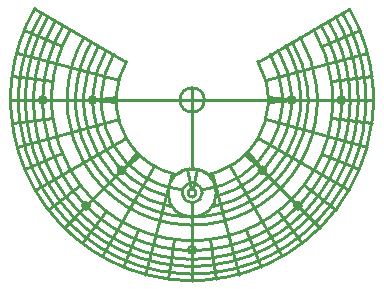
<source format=gts>
G04*
G04 #@! TF.GenerationSoftware,Altium Limited,Altium Designer,21.8.1 (53)*
G04*
G04 Layer_Color=8388736*
%FSLAX25Y25*%
%MOIN*%
G70*
G04*
G04 #@! TF.SameCoordinates,118D29FF-A6AF-4579-8667-5FF08CD40519*
G04*
G04*
G04 #@! TF.FilePolarity,Negative*
G04*
G01*
G75*
%ADD10C,0.01000*%
D10*
X158940Y163222D02*
G03*
X151476Y185553I-57130J-6684D01*
G01*
X159383Y139707D02*
G03*
X161420Y149686I-57698J16974D01*
G01*
X161830Y157559D02*
G03*
X161702Y160848I-61269J-747D01*
G01*
X151162Y158737D02*
G03*
X150870Y162173I-50027J-2528D01*
G01*
X153664Y162536D02*
G03*
X146805Y182857I-52015J-6237D01*
G01*
X153975Y158879D02*
G03*
X153664Y162536I-52971J-2668D01*
G01*
X156356Y163128D02*
G03*
X149294Y184294I-54682J-6485D01*
G01*
X150870Y162173D02*
G03*
X144352Y181440I-49111J-5878D01*
G01*
X156677Y159325D02*
G03*
X156356Y163128I-55685J-2775D01*
G01*
X159265Y159321D02*
G03*
X158940Y163222I-58191J-2883D01*
G01*
X143116Y156518D02*
G03*
X143064Y158613I-42372J2D01*
G01*
X143064D02*
G03*
X142831Y161417I-41892J-2072D01*
G01*
X148238Y158898D02*
G03*
X147969Y162098I-47096J-2353D01*
G01*
Y162098D02*
G03*
X141964Y180061I-46237J-5472D01*
G01*
X140025Y158255D02*
G03*
X139803Y160902I-38945J-1940D01*
G01*
X148298Y156518D02*
G03*
X148238Y158898I-47640J2D01*
G01*
X140074Y156292D02*
G03*
X140025Y158255I-39393J2D01*
G01*
X156640Y153046D02*
G03*
X156744Y156036I-56109J3466D01*
G01*
X161420Y149686D02*
G03*
X161759Y153754I-60426J7083D01*
G01*
X153768Y126614D02*
G03*
X159383Y139707I-52024J30063D01*
G01*
X151227Y156180D02*
G03*
X151162Y158737I-50606J2D01*
G01*
X149393Y128910D02*
G03*
X156640Y153046I-47767J27498D01*
G01*
X159337Y156405D02*
G03*
X159265Y159321I-58860J2D01*
G01*
X152286Y156518D02*
G03*
X152286Y156518I-1138J0D01*
G01*
X161759Y153754D02*
G03*
X161835Y156804I-61390J3047D01*
G01*
X154043Y156180D02*
G03*
X153975Y158879I-53585J2D01*
G01*
X156746Y156518D02*
G03*
X156677Y159325I-56327J2D01*
G01*
X161702Y160848D02*
G03*
X153817Y186906I-59951J-3918D01*
G01*
X151672Y127594D02*
G03*
X159212Y152566I-49898J28692D01*
G01*
X159212D02*
G03*
X159333Y155714I-58572J3832D01*
G01*
X68359Y154821D02*
G03*
X68554Y152536I33278J1677D01*
G01*
X69353Y156518D02*
G03*
X69353Y156518I-1149J0D01*
G01*
X68317D02*
G03*
X68359Y154821I33663J-1D01*
G01*
X65525Y152135D02*
G03*
X66882Y145712I35716J4195D01*
G01*
X65320Y154581D02*
G03*
X65525Y152135I36342J1804D01*
G01*
X62838Y151722D02*
G03*
X67626Y137143I38228J4479D01*
G01*
X66882Y145712D02*
G03*
X70004Y138515I34334J10618D01*
G01*
X65275Y156405D02*
G03*
X65320Y154581I36759J-2D01*
G01*
X65278Y156883D02*
G03*
X65275Y156405I36903J-478D01*
G01*
X65356Y158838D02*
G03*
X65278Y156883I36576J-2428D01*
G01*
X85498Y136732D02*
G03*
X86684Y135820I15727J19221D01*
G01*
X83401Y138647D02*
G03*
X83927Y138136I18142J18142D01*
G01*
X83611Y138443D02*
G03*
X84494Y137598I17946J17894D01*
G01*
D02*
G03*
X85498Y136732I16892J18550D01*
G01*
X82890Y139173D02*
G03*
X83401Y138647I18659J17622D01*
G01*
X81335Y141055D02*
G03*
X82047Y140159I20797J15805D01*
G01*
X80673Y141966D02*
G03*
X81335Y141055I21669J15054D01*
G01*
X82047Y140159D02*
G03*
X82796Y139298I19884J16533D01*
G01*
D02*
G03*
X83611Y138443I18943J17220D01*
G01*
X80037Y142925D02*
G03*
X80673Y141966I22524J14246D01*
G01*
X79517Y169253D02*
G03*
X76142Y158162I21761J-12682D01*
G01*
X76121Y155236D02*
G03*
X76267Y153504I25467J1267D01*
G01*
X76089Y156630D02*
G03*
X76100Y155897I25665J-0D01*
G01*
X76142Y158162D02*
G03*
X76091Y156810I25644J-1641D01*
G01*
X76100Y157363D02*
G03*
X76089Y156630I25636J-733D01*
G01*
X76091Y156810D02*
G03*
X76089Y156518I25864J-292D01*
G01*
X76267Y153504D02*
G03*
X79419Y143952I25003J2955D01*
G01*
X76089Y156518D02*
G03*
X76121Y155236I25760J-1D01*
G01*
X79419Y143952D02*
G03*
X80037Y142925I23372J13366D01*
G01*
X71135Y156916D02*
G03*
X71133Y156518I30801J-398D01*
G01*
X68390Y158735D02*
G03*
X68319Y156935I33499J-2213D01*
G01*
X68319Y156935D02*
G03*
X68317Y156518I33796J-417D01*
G01*
X71200Y158547D02*
G03*
X71135Y156916I30528J-2025D01*
G01*
X71350Y152878D02*
G03*
X75140Y141480I29768J3569D01*
G01*
X68554Y152536D02*
G03*
X72686Y140064I32670J3905D01*
G01*
X71172Y154967D02*
G03*
X71350Y152878I30328J1533D01*
G01*
X71133Y156518D02*
G03*
X71172Y154967I30679J-1D01*
G01*
X88265Y134768D02*
G03*
X95429Y131835I12690J20776D01*
G01*
X86684Y135820D02*
G03*
X88265Y134768I14394J19927D01*
G01*
X79075Y133087D02*
G03*
X79075Y133087I-1183J0D01*
G01*
X95429Y131835D02*
G03*
X96053Y131697I5638J24131D01*
G01*
X72686Y140064D02*
G03*
X93486Y124361I28784J16499D01*
G01*
X101489Y128862D02*
G03*
X101407Y128863I-82J-3360D01*
G01*
X101168Y128854D02*
G03*
X100983Y128836I237J-3286D01*
G01*
X101407Y128863D02*
G03*
X101168Y128854I-0J-3328D01*
G01*
X102101Y128790D02*
G03*
X101489Y128862I-691J-3222D01*
G01*
X100983Y128836D02*
G03*
X100832Y128813I418J-3235D01*
G01*
Y128813D02*
G03*
X100715Y128790I563J-3181D01*
G01*
X102577Y128651D02*
G03*
X102101Y128790I-1159J-3080D01*
G01*
X102169Y126630D02*
G03*
X102132Y126660I-808J-980D01*
G01*
X101967Y126767D02*
G03*
X101918Y126791I-571J-1063D01*
G01*
X102132Y126660D02*
G03*
X102093Y126689I-763J-1000D01*
G01*
D02*
G03*
X102053Y126715I-717J-1018D01*
G01*
D02*
G03*
X102011Y126741I-671J-1034D01*
G01*
X101864Y126816D02*
G03*
X101797Y126842I-458J-1090D01*
G01*
X101048Y126851D02*
G03*
X100975Y126826I360J-1122D01*
G01*
X101124Y126873D02*
G03*
X101048Y126851I281J-1134D01*
G01*
X101194Y126889D02*
G03*
X101170Y126884I222J-1182D01*
G01*
X101220Y126893D02*
G03*
X101194Y126889I194J-1175D01*
G01*
X101247Y126897D02*
G03*
X101220Y126893I165J-1168D01*
G01*
X101277Y126901D02*
G03*
X101247Y126897I133J-1160D01*
G01*
X101311Y126904D02*
G03*
X101277Y126901I98J-1151D01*
G01*
X101307Y126904D02*
G03*
X101274Y126901I102J-1152D01*
G01*
Y126901D02*
G03*
X101244Y126897I137J-1160D01*
G01*
X101146Y126878D02*
G03*
X101124Y126873I276J-1197D01*
G01*
X101147Y126879D02*
G03*
X101125Y126874I275J-1197D01*
G01*
X101170Y126884D02*
G03*
X101147Y126879I249J-1190D01*
G01*
X101192Y126888D02*
G03*
X101168Y126883I224J-1183D01*
G01*
X101217Y126893D02*
G03*
X101192Y126888I197J-1176D01*
G01*
X101568Y126897D02*
G03*
X101538Y126901I-163J-1156D01*
G01*
X101668Y126879D02*
G03*
X101645Y126884I-272J-1185D01*
G01*
X100152Y125442D02*
G03*
X100160Y125363I1476J102D01*
G01*
X100160Y125363D02*
G03*
X100174Y125272I1454J179D01*
G01*
X100344Y124814D02*
G03*
X100385Y124750I1189J697D01*
G01*
Y124750D02*
G03*
X100424Y124693I1137J754D01*
G01*
X100263Y124975D02*
G03*
X100304Y124888I1295J550D01*
G01*
X100304D02*
G03*
X100344Y124814I1242J630D01*
G01*
X100739Y126700D02*
G03*
X100699Y126672I704J-1035D01*
G01*
Y126672D02*
G03*
X100662Y126643I751J-1018D01*
G01*
X100917Y126801D02*
G03*
X100866Y126776I501J-1093D01*
G01*
X100866Y126776D02*
G03*
X100821Y126752I557J-1080D01*
G01*
X100779Y126726D02*
G03*
X100739Y126700I657J-1051D01*
G01*
X100821Y126752D02*
G03*
X100779Y126726I608J-1066D01*
G01*
X101323Y117541D02*
G03*
X103349Y117593I2J39386D01*
G01*
X101436Y114837D02*
G03*
X103601Y114893I2J42365D01*
G01*
X101323Y103460D02*
G03*
X104078Y103531I2J53586D01*
G01*
X101436Y106389D02*
G03*
X104036Y106455I2J50609D01*
G01*
X101436Y109655D02*
G03*
X103869Y109718I2J47634D01*
G01*
X102585Y106558D02*
G03*
X102585Y106558I-1205J0D01*
G01*
X100174Y125272D02*
G03*
X100196Y125173I1425J267D01*
G01*
X100183Y125864D02*
G03*
X100166Y125771I1423J-315D01*
G01*
X100321Y126234D02*
G03*
X100281Y126154I1232J-666D01*
G01*
X100400Y126363D02*
G03*
X100361Y126303I1128J-781D01*
G01*
X100361D02*
G03*
X100321Y126234I1179J-728D01*
G01*
X100281Y126154D02*
G03*
X100243Y126063I1284J-592D01*
G01*
X100243D02*
G03*
X100209Y125964I1336J-506D01*
G01*
X100209D02*
G03*
X100183Y125864I1383J-412D01*
G01*
X100149Y125545D02*
G03*
X100149Y125513I1507J-0D01*
G01*
X100166Y125771D02*
G03*
X100155Y125687I1455J-224D01*
G01*
Y125687D02*
G03*
X100150Y125612I1481J-141D01*
G01*
X100150Y125612D02*
G03*
X100149Y125545I1501J-68D01*
G01*
X100149Y125513D02*
G03*
X100152Y125442I1495J31D01*
G01*
X100196Y125173D02*
G03*
X100227Y125071I1389J362D01*
G01*
D02*
G03*
X100263Y124975I1345J459D01*
G01*
X102011Y126741D02*
G03*
X101967Y126767I-622J-1049D01*
G01*
X101918Y126791D02*
G03*
X101864Y126816I-518J-1077D01*
G01*
X101244Y126897D02*
G03*
X101217Y126893I168J-1168D01*
G01*
X101504Y126904D02*
G03*
X101463Y126907I-97J-1140D01*
G01*
X101352D02*
G03*
X101311Y126904I56J-1142D01*
G01*
X101238Y122231D02*
G03*
X101407Y122227I169J3371D01*
G01*
Y122227D02*
G03*
X101582Y122231I0J3375D01*
G01*
Y122231D02*
G03*
X101808Y122250I-173J3335D01*
G01*
X100975Y126826D02*
G03*
X100917Y126801I437J-1107D01*
G01*
X101570Y126897D02*
G03*
X101541Y126901I-166J-1156D01*
G01*
X101508Y126904D02*
G03*
X101469Y126907I-101J-1141D01*
G01*
X101538Y126901D02*
G03*
X101504Y126904I-132J-1148D01*
G01*
X101168Y126883D02*
G03*
X101146Y126878I250J-1190D01*
G01*
X101541Y126901D02*
G03*
X101508Y126904I-135J-1149D01*
G01*
X101346Y126907D02*
G03*
X101307Y126904I62J-1144D01*
G01*
X101398Y126909D02*
G03*
X101346Y126907I10J-1134D01*
G01*
X101469D02*
G03*
X101417Y126909I-61J-1132D01*
G01*
X101407Y126909D02*
G03*
X101352Y126907I0J-1132D01*
G01*
X101463D02*
G03*
X101407Y126909I-56J-1131D01*
G01*
X101595Y126893D02*
G03*
X101568Y126897I-192J-1163D01*
G01*
X101597Y126893D02*
G03*
X101570Y126897I-195J-1164D01*
G01*
X101646Y126883D02*
G03*
X101623Y126888I-248J-1178D01*
G01*
X101621Y126889D02*
G03*
X101595Y126893I-220J-1171D01*
G01*
X101645Y126884D02*
G03*
X101621Y126889I-246J-1178D01*
G01*
X101623Y126888D02*
G03*
X101597Y126893I-222J-1171D01*
G01*
X101691Y126873D02*
G03*
X101669Y126878I-298J-1192D01*
G01*
D02*
G03*
X101646Y126883I-273J-1185D01*
G01*
X101797Y126842D02*
G03*
X101691Y126873I-387J-1104D01*
G01*
X101690Y126874D02*
G03*
X101668Y126879I-297J-1192D01*
G01*
X115489Y135335D02*
G03*
X116822Y136295I-13776J20526D01*
G01*
D02*
G03*
X117897Y137174I-15263J19766D01*
G01*
X108015Y131976D02*
G03*
X109988Y132577I-6131J23673D01*
G01*
X109988Y132577D02*
G03*
X115489Y135335I-8070J22966D01*
G01*
X127534Y141530D02*
G03*
X131290Y152828I-26013J14920D01*
G01*
X143012Y153546D02*
G03*
X143110Y155815I-42130J2964D01*
G01*
X142061Y133143D02*
G03*
X148197Y153427I-40356J23278D01*
G01*
X147196Y130178D02*
G03*
X153910Y152411I-45555J25888D01*
G01*
X137572Y135734D02*
G03*
X143012Y153546I-35877J20692D01*
G01*
X144743Y131595D02*
G03*
X151095Y152538I-42992J24476D01*
G01*
X148197Y153427D02*
G03*
X148295Y155982I-47415J3085D01*
G01*
X126704Y154512D02*
G03*
X126776Y155954I-25570J2000D01*
G01*
X153910Y152411D02*
G03*
X154036Y155302I-53284J3760D01*
G01*
X126061Y133087D02*
G03*
X126061Y133087I-1194J0D01*
G01*
X121908Y141558D02*
G03*
X122561Y142503I-21506J15556D01*
G01*
X121217Y140645D02*
G03*
X121908Y141558I-20599J16312D01*
G01*
X120474Y139749D02*
G03*
X121217Y140645I-19648J17043D01*
G01*
X118896Y138136D02*
G03*
X119422Y138647I-17616J18653D01*
G01*
X122561Y142503D02*
G03*
X123185Y143497I-22383J14759D01*
G01*
X119694Y138890D02*
G03*
X120474Y139749I-18669J17730D01*
G01*
X119422Y138647D02*
G03*
X119933Y139173I-18149J18148D01*
G01*
X130157Y140016D02*
G03*
X134314Y152506I-28517J16429D01*
G01*
X151095Y152538D02*
G03*
X151219Y155323I-50292J3634D01*
G01*
X132840Y138467D02*
G03*
X137336Y152046I-31181J17857D01*
G01*
X137336D02*
G03*
X137550Y154556I-36113J4338D01*
G01*
X135048Y137192D02*
G03*
X139984Y153627I-33500J19020D01*
G01*
X134314Y152506D02*
G03*
X134511Y154816I-33069J3993D01*
G01*
X123424Y143903D02*
G03*
X126704Y154512I-21816J12556D01*
G01*
X137550Y154556D02*
G03*
X137596Y156405I-36701J1848D01*
G01*
X134511Y154816D02*
G03*
X134555Y156518I-33609J1701D01*
G01*
X139984Y153627D02*
G03*
X140071Y155772I-39180J2660D01*
G01*
X126776Y155954D02*
G03*
X126782Y156518I-25841J563D01*
G01*
X131473Y154956D02*
G03*
X131513Y156518I-30626J1560D01*
G01*
X131290Y152828D02*
G03*
X131473Y154956I-30131J3672D01*
G01*
X126836Y155897D02*
G03*
X126847Y156630I-25655J733D01*
G01*
X118847Y138039D02*
G03*
X119694Y138890I-17634J18403D01*
G01*
X137866Y121258D02*
G03*
X137866Y121258I-1172J0D01*
G01*
X107713Y103843D02*
G03*
X147196Y130178I-6395J52354D01*
G01*
X108482Y98928D02*
G03*
X151672Y127594I-7053J57495D01*
G01*
X107467Y106750D02*
G03*
X144743Y131595I-6034J49439D01*
G01*
X107131Y109998D02*
G03*
X142061Y133143I-5700J46533D01*
G01*
X106502Y115142D02*
G03*
X137572Y135734I-5070J41386D01*
G01*
X107873Y120818D02*
G03*
X132840Y138467I-6455J35616D01*
G01*
X106021Y117823D02*
G03*
X135048Y137192I-4703J38483D01*
G01*
X109328Y124345D02*
G03*
X130157Y140016I-7930J32219D01*
G01*
X108064Y101500D02*
G03*
X149393Y128910I-6749J55040D01*
G01*
X117897Y137174D02*
G03*
X118847Y138039I-16506J19081D01*
G01*
X102356Y126441D02*
G03*
X102318Y126487I-1041J-839D01*
G01*
X102514Y126196D02*
G03*
X102473Y126271I-1245J-625D01*
G01*
X102553Y126109D02*
G03*
X102514Y126196I-1297J-545D01*
G01*
X102473Y126271D02*
G03*
X102433Y126335I-1192J-693D01*
G01*
X102318Y126487D02*
G03*
X102280Y126527I-993J-875D01*
G01*
Y126527D02*
G03*
X102244Y126564I-946J-907D01*
G01*
D02*
G03*
X102207Y126598I-900J-934D01*
G01*
D02*
G03*
X102169Y126630I-855J-958D01*
G01*
X102433Y126335D02*
G03*
X102394Y126391I-1140J-750D01*
G01*
D02*
G03*
X102356Y126441I-1090J-798D01*
G01*
X102183Y124471D02*
G03*
X102221Y124504I-836J984D01*
G01*
X101337Y124183D02*
G03*
X101407Y124181I70J1179D01*
G01*
X100917Y124288D02*
G03*
X100978Y124262I497J1085D01*
G01*
X101725Y124225D02*
G03*
X101815Y124254I-320J1133D01*
G01*
X101426Y124181D02*
G03*
X101725Y124225I-18J1169D01*
G01*
X100978Y124262D02*
G03*
X101337Y124183I429J1089D01*
G01*
X101815Y124254D02*
G03*
X101878Y124279I-413J1115D01*
G01*
X101878D02*
G03*
X101932Y124304I-481J1101D01*
G01*
X101932D02*
G03*
X101979Y124329I-540J1087D01*
G01*
D02*
G03*
X102024Y124355I-594J1073D01*
G01*
D02*
G03*
X102066Y124382I-645J1058D01*
G01*
X102066D02*
G03*
X102106Y124410I-694J1042D01*
G01*
Y124410D02*
G03*
X102145Y124439I-742J1024D01*
G01*
D02*
G03*
X102183Y124471I-789J1005D01*
G01*
X100662Y126643D02*
G03*
X100625Y126613I797J-999D01*
G01*
X100587Y126579D02*
G03*
X100550Y126543I889J-955D01*
G01*
X100477Y126463D02*
G03*
X100438Y126415I1029J-865D01*
G01*
X100625Y126613D02*
G03*
X100587Y126579I843J-978D01*
G01*
X100550Y126543D02*
G03*
X100513Y126505I935J-928D01*
G01*
X100438Y126415D02*
G03*
X100400Y126363I1078J-826D01*
G01*
X100513Y126505D02*
G03*
X100477Y126463I982J-898D01*
G01*
X102569Y125020D02*
G03*
X102604Y125120I-1333J513D01*
G01*
X102630Y125221D02*
G03*
X102648Y125315I-1422J319D01*
G01*
X102531Y124929D02*
G03*
X102569Y125020I-1281J598D01*
G01*
X102604Y125120D02*
G03*
X102630Y125221I-1381J417D01*
G01*
X102411Y124721D02*
G03*
X102450Y124781I-1124J787D01*
G01*
X102259Y124540D02*
G03*
X102296Y124579I-929J934D01*
G01*
X102221Y124504D02*
G03*
X102259Y124540I-882J960D01*
G01*
X102296Y124579D02*
G03*
X102334Y124621I-977J904D01*
G01*
X102334Y124621D02*
G03*
X102372Y124669I-1025J870D01*
G01*
X102491Y124850D02*
G03*
X102531Y124929I-1228J672D01*
G01*
X102372Y124669D02*
G03*
X102411Y124721I-1074J831D01*
G01*
X102450Y124781D02*
G03*
X102491Y124850I-1175J734D01*
G01*
X102655Y125724D02*
G03*
X102642Y125813I-1455J-177D01*
G01*
X102590Y126013D02*
G03*
X102553Y126109I-1347J-454D01*
G01*
X102620Y125911D02*
G03*
X102590Y126013I-1391J-357D01*
G01*
X102666Y125574D02*
G03*
X102663Y125645I-1495J-29D01*
G01*
Y125645D02*
G03*
X102655Y125724I-1477J-99D01*
G01*
X102642Y125813D02*
G03*
X102620Y125911I-1427J-263D01*
G01*
X102648Y125315D02*
G03*
X102659Y125400I-1454J228D01*
G01*
X102659D02*
G03*
X102664Y125475I-1480J144D01*
G01*
D02*
G03*
X102666Y125545I-1500J69D01*
G01*
D02*
G03*
X102666Y125574I-1507J0D01*
G01*
X100653Y124453D02*
G03*
X100692Y124422I801J986D01*
G01*
X100615Y124485D02*
G03*
X100653Y124453I848J964D01*
G01*
X100576Y124520D02*
G03*
X100615Y124485I895J938D01*
G01*
X100692Y124422D02*
G03*
X100733Y124393I754J1006D01*
G01*
Y124393D02*
G03*
X100774Y124366I706J1024D01*
G01*
D02*
G03*
X100818Y124339I658J1041D01*
G01*
Y124339D02*
G03*
X100865Y124313I607J1056D01*
G01*
X100463Y124643D02*
G03*
X100501Y124598I1037J844D01*
G01*
X100501D02*
G03*
X100539Y124557I989J879D01*
G01*
Y124557D02*
G03*
X100576Y124520I941J911D01*
G01*
X100865Y124313D02*
G03*
X100917Y124288I555J1071D01*
G01*
X100424Y124693D02*
G03*
X100463Y124643I1086J803D01*
G01*
X59761Y157225D02*
G03*
X59755Y156518I42520J-707D01*
G01*
X59808Y154402D02*
G03*
X60046Y151565I41893J2092D01*
G01*
X59755Y156518D02*
G03*
X59808Y154402I42376J-2D01*
G01*
X62620Y154340D02*
G03*
X62838Y151722I38949J1930D01*
G01*
X70199Y174633D02*
G03*
X65356Y158838I31016J-18151D01*
G01*
X75238Y171723D02*
G03*
X71200Y158547I25891J-15141D01*
G01*
X72784Y173140D02*
G03*
X68390Y158735I28452J-16553D01*
G01*
X62573Y156679D02*
G03*
X62572Y156292I39552J-387D01*
G01*
X62572D02*
G03*
X62620Y154340I39397J-2D01*
G01*
X62649Y158770D02*
G03*
X62573Y156679I39224J-2473D01*
G01*
X67919Y175949D02*
G03*
X62649Y158770I33185J-19577D01*
G01*
X51367Y185505D02*
G03*
X43664Y160319I49711J-28976D01*
G01*
X65369Y177421D02*
G03*
X59863Y159531I35803J-20812D01*
G01*
X55869Y182906D02*
G03*
X48707Y159519I45150J-26617D01*
G01*
X49041Y187078D02*
G03*
X41345Y163976I51938J-30135D01*
G01*
X60879Y180013D02*
G03*
X54690Y159854I40272J-23394D01*
G01*
X53380Y184342D02*
G03*
X46024Y160260I47604J-27707D01*
G01*
X58491Y181392D02*
G03*
X51755Y159520I42640J-25107D01*
G01*
X126782Y156518D02*
G03*
X126751Y157783I-25778J1D01*
G01*
X126847Y156630D02*
G03*
X126836Y157363I-25647J-0D01*
G01*
X126751Y157783D02*
G03*
X126613Y159454I-25485J-1251D01*
G01*
X126613D02*
G03*
X126001Y162786I-25074J-2888D01*
G01*
Y162786D02*
G03*
X123326Y169301I-24383J-6205D01*
G01*
X105491Y156518D02*
G03*
X105491Y156518I-4055J0D01*
G01*
X59863Y159531D02*
G03*
X59761Y157225I42115J-3006D01*
G01*
X135749Y156518D02*
G03*
X135749Y156518I-1194J0D01*
G01*
X142831Y161417D02*
G03*
X137474Y177469I-41122J-4803D01*
G01*
X137531Y158589D02*
G03*
X132644Y174681I-35887J-2111D01*
G01*
X134554Y156736D02*
G03*
X134497Y158491I-33607J-216D01*
G01*
X131511Y156832D02*
G03*
X131450Y158475I-30597J-311D01*
G01*
X137595Y156685D02*
G03*
X137531Y158589I-36693J-276D01*
G01*
X131450Y158475D02*
G03*
X127436Y171675I-29941J-1895D01*
G01*
X134497Y158491D02*
G03*
X130059Y173189I-32873J-1908D01*
G01*
X139803Y160902D02*
G03*
X134755Y175900I-38236J-4520D01*
G01*
X105312Y96474D02*
G03*
X153768Y126614I-3918J60322D01*
G01*
X104584Y126502D02*
G03*
X127534Y141530I-3262J30020D01*
G01*
X43539Y157199D02*
G03*
X43534Y156405I59086J-794D01*
G01*
D02*
G03*
X43607Y153471I58860J-3D01*
G01*
X40924Y156804D02*
G03*
X40930Y155915I61693J-0D01*
G01*
D02*
G03*
X41066Y152616I61260J880D01*
G01*
X41000Y159863D02*
G03*
X40924Y156804I61367J-3056D01*
G01*
X46024Y160260D02*
G03*
X45904Y157247I56054J-3734D01*
G01*
X51755Y159520D02*
G03*
X51648Y156814I50361J-3333D01*
G01*
X48605Y156706D02*
G03*
X48603Y156180I53827J-526D01*
G01*
X48707Y159519D02*
G03*
X48605Y156706I53380J-3334D01*
G01*
X54690Y159854D02*
G03*
X54579Y157261I47366J-3329D01*
G01*
X52782Y156518D02*
G03*
X52782Y156518I-1172J0D01*
G01*
X51648Y156814D02*
G03*
X51644Y156180I50808J-634D01*
G01*
X54579Y157261D02*
G03*
X54573Y156518I47813J-743D01*
G01*
X41345Y163976D02*
G03*
X41000Y159863I60399J-7137D01*
G01*
X45904Y157247D02*
G03*
X45899Y156518I56555J-729D01*
G01*
X43664Y160319D02*
G03*
X43539Y157199I58561J-3906D01*
G01*
X45970Y153695D02*
G03*
X46289Y149910I55693J2791D01*
G01*
X54633Y154137D02*
G03*
X54901Y150946I47100J2353D01*
G01*
X51708Y153652D02*
G03*
X51991Y150273I50037J2499D01*
G01*
X48670Y153496D02*
G03*
X48979Y149852I52975J2653D01*
G01*
X48603Y156180D02*
G03*
X48670Y153496I53586J-2D01*
G01*
X54573Y156518D02*
G03*
X54633Y154137I47644J-2D01*
G01*
X43607Y153471D02*
G03*
X43933Y149567I58189J2901D01*
G01*
X45899Y156518D02*
G03*
X45970Y153695I56336J-2D01*
G01*
X51644Y156180D02*
G03*
X51708Y153652I50614J-2D01*
G01*
X102917Y133419D02*
G03*
X102636Y133464I-1562J-8796D01*
G01*
X102237Y133513D02*
G03*
X102072Y133528I-850J-8623D01*
G01*
X100533Y133508D02*
G03*
X100346Y133487I906J-8730D01*
G01*
X102636Y133464D02*
G03*
X102419Y133493I-1268J-8751D01*
G01*
X103080Y133379D02*
G03*
X101350Y133554I-1676J-7923D01*
G01*
X102419Y133493D02*
G03*
X102237Y133513I-1041J-8691D01*
G01*
X106773Y131689D02*
G03*
X108015Y131976I-4955J24212D01*
G01*
X104721Y125375D02*
G03*
X104726Y125545I-3371J169D01*
G01*
X100715Y128790D02*
G03*
X99393Y128182I683J-3227D01*
G01*
X104726Y125545D02*
G03*
X104721Y125716I-3374J0D01*
G01*
Y125716D02*
G03*
X104702Y125941I-3336J-169D01*
G01*
Y125941D02*
G03*
X102577Y128651I-3296J-397D01*
G01*
X98241Y96428D02*
G03*
X101379Y96348I3135J61362D01*
G01*
X104204Y101168D02*
G03*
X108064Y101500I-2847J55676D01*
G01*
X104447Y98580D02*
G03*
X108482Y98928I-2976J58166D01*
G01*
X104078Y103531D02*
G03*
X107713Y103843I-2723J52965D01*
G01*
X103869Y109718D02*
G03*
X107131Y109998I-2406J47081D01*
G01*
X104036Y106455D02*
G03*
X107467Y106750I-2571J50023D01*
G01*
X98382Y109753D02*
G03*
X100915Y109658I3048J47417D01*
G01*
X97758Y103578D02*
G03*
X100676Y103464I3558J53322D01*
G01*
X97658Y98624D02*
G03*
X100791Y98507I3770J58587D01*
G01*
X98009Y106505D02*
G03*
X100768Y106393I3420J50346D01*
G01*
X97716Y101210D02*
G03*
X100708Y101098I3600J56084D01*
G01*
X98673Y114927D02*
G03*
X100926Y114840I2757J42165D01*
G01*
X98660Y117631D02*
G03*
X100804Y117544I2658J39185D01*
G01*
X103601Y114893D02*
G03*
X106502Y115142I-2140J41874D01*
G01*
X103349Y117593D02*
G03*
X106021Y117823I-2003J38930D01*
G01*
X98113Y125144D02*
G03*
X101238Y122231I3294J401D01*
G01*
X99393Y128182D02*
G03*
X98311Y126740I2018J-2642D01*
G01*
D02*
G03*
X98110Y125922I3077J-1187D01*
G01*
X104380Y133030D02*
G03*
X102917Y133419I-3043J-8506D01*
G01*
X101808Y122250D02*
G03*
X104721Y125375I-401J3294D01*
G01*
X98115Y132909D02*
G03*
X97971Y132849I3242J-8054D01*
G01*
X98283Y132975D02*
G03*
X98115Y132909I3108J-8204D01*
G01*
X98486Y133049D02*
G03*
X98283Y132975I2937J-8363D01*
G01*
X67626Y137143D02*
G03*
X98660Y117631I33688J19145D01*
G01*
X65271Y135782D02*
G03*
X98673Y114927I36156J20733D01*
G01*
X58100Y131644D02*
G03*
X98009Y106505I43324J24531D01*
G01*
X55478Y130130D02*
G03*
X97758Y103578I45834J26047D01*
G01*
X70004Y138515D02*
G03*
X94933Y120829I31449J17917D01*
G01*
X60782Y133191D02*
G03*
X98382Y109753I40645J23325D01*
G01*
X75140Y141480D02*
G03*
X98225Y126484I26183J15040D01*
G01*
X53282Y128861D02*
G03*
X97716Y101210I48028J27650D01*
G01*
X51173Y127643D02*
G03*
X97658Y98624I50251J28754D01*
G01*
X98094Y125370D02*
G03*
X98113Y125144I3335J173D01*
G01*
X98089Y125545D02*
G03*
X98094Y125370I3375J-0D01*
G01*
X98110Y125922D02*
G03*
X98093Y125702I3322J-376D01*
G01*
X98093D02*
G03*
X98089Y125545I3374J-157D01*
G01*
X109417D02*
G03*
X109417Y125545I-8010J0D01*
G01*
X104734Y132895D02*
G03*
X104571Y132959I-3304J-8107D01*
G01*
X101350Y133554D02*
G03*
X99736Y133379I57J-8059D01*
G01*
X100698Y133524D02*
G03*
X100533Y133508I733J-8657D01*
G01*
X100850Y133535D02*
G03*
X100698Y133524I573J-8581D01*
G01*
X67247Y121281D02*
G03*
X67247Y121281I-1205J0D01*
G01*
X48990Y126614D02*
G03*
X94036Y96790I52395J30206D01*
G01*
X104571Y132959D02*
G03*
X104380Y133030I-3173J-8255D01*
G01*
X100346Y133487D02*
G03*
X100124Y133456I1105J-8797D01*
G01*
Y133456D02*
G03*
X98770Y133143I1355J-8938D01*
G01*
Y133143D02*
G03*
X98486Y133049I2684J-8545D01*
G01*
X51991Y150273D02*
G03*
X58100Y131644I49115J5790D01*
G01*
X60046Y151565D02*
G03*
X65271Y135782I41119J4855D01*
G01*
X41066Y152616D02*
G03*
X48990Y126614I59940J4058D01*
G01*
X43933Y149567D02*
G03*
X46051Y139465I57191J6718D01*
G01*
X54901Y150946D02*
G03*
X60782Y133191I46239J5463D01*
G01*
X46051Y139465D02*
G03*
X51173Y127643I55033J16820D01*
G01*
X46289Y149910D02*
G03*
X53282Y128861I54679J6480D01*
G01*
X48979Y149852D02*
G03*
X55478Y130130I52009J6206D01*
G01*
X102050Y96352D02*
G03*
X105312Y96474I-664J61296D01*
G01*
X101436Y98503D02*
G03*
X104447Y98580I3J58849D01*
G01*
X101323Y101094D02*
G03*
X104204Y101168I3J56328D01*
G01*
X94036Y96790D02*
G03*
X98241Y96428I7307J60370D01*
G01*
X101419Y156630D02*
X101421Y160500D01*
X147916Y150505D02*
X161309Y148741D01*
X144773Y138656D02*
X157141Y133533D01*
X144749Y174525D02*
X157253Y179704D01*
X147885Y162753D02*
X161309Y164520D01*
X159333Y155714D02*
X159337Y156405D01*
X161830Y157559D02*
X161835Y156804D01*
X153761Y186873D02*
X153817Y186906D01*
X156744Y156036D02*
X156746Y156518D01*
X154036Y155302D02*
X154043Y156180D01*
X96879Y132289D02*
X96946Y132329D01*
X96812Y132247D02*
X96879Y132289D01*
X96403Y131970D02*
X96456Y132008D01*
X96685Y132165D02*
X96746Y132205D01*
X96511Y132047D02*
X96565Y132085D01*
X96746Y132205D02*
X96812Y132247D01*
X96625Y132125D02*
X96685Y132165D01*
X96456Y132008D02*
X96511Y132047D01*
X68317Y156630D02*
X76100Y155897D01*
X68317Y156630D02*
X76100Y157363D01*
X96297Y131891D02*
X96349Y131930D01*
X96565Y132085D02*
X96625Y132125D01*
X96244Y131851D02*
X96297Y131891D01*
X96053Y131697D02*
X96103Y131739D01*
X96197Y131814D02*
X96244Y131851D01*
X96103Y131739D02*
X96150Y131777D01*
X96197Y131814D01*
X96349Y131930D02*
X96403Y131970D01*
X77905Y133151D02*
X83927Y138136D01*
X77905Y133151D02*
X82890Y139173D01*
X101124Y126873D02*
X101125Y126874D01*
X100926Y114840D02*
X101436Y114837D01*
X100676Y103464D02*
X101323Y103460D01*
X100768Y106393D02*
X101436Y106389D01*
X100915Y109658D02*
X101436Y109655D01*
X100804Y117544D02*
X101323Y117541D01*
X100715Y128790D02*
X101124Y126873D01*
X101691D02*
X102101Y128790D01*
X103882Y123488D02*
X103883D01*
X101407Y126909D02*
X101417Y126909D01*
X101398D02*
X101407Y126909D01*
X101690Y126874D02*
X101691Y126873D01*
X137595Y156685D02*
X137596Y156405D01*
X131511Y156832D02*
X131513Y156518D01*
X134554Y156736D02*
X134555Y156518D01*
X143110Y155815D02*
X143116Y156518D01*
X148295Y155982D02*
X148298Y156518D01*
X151219Y155323D02*
X151227Y156180D01*
X123424Y143903D02*
X153649Y126453D01*
X123185Y143497D02*
X123424Y143903D01*
X140071Y155772D02*
X140074Y156292D01*
X126836Y155897D02*
X134619Y156630D01*
X118896Y138136D02*
X124918Y133151D01*
X129984Y119352D02*
X138103Y108771D01*
X107512Y110046D02*
X109247Y96870D01*
X138649Y128032D02*
X149255Y119894D01*
X119386Y138623D02*
X144017Y113993D01*
X119933Y139173D02*
X124918Y133151D01*
X114117Y134568D02*
X131525Y104417D01*
X119365Y113208D02*
X124453Y100925D01*
X101407Y124181D02*
X101426Y124181D01*
X48997Y186873D02*
X79517Y169253D01*
X45505Y179774D02*
X58161Y174531D01*
X41450Y164520D02*
X54983Y162738D01*
X101403Y156590D02*
X101404Y156588D01*
X101388Y156645D02*
X101396Y156614D01*
X101379Y156630D02*
X101396Y156614D01*
X101411Y156599D01*
X101379Y156630D02*
X101403Y156590D01*
X101396Y156614D02*
X101403Y156590D01*
X101404Y156588D02*
X101407Y156582D01*
X101403Y156590D02*
X101404Y156588D01*
X101406Y156579D01*
Y156577D02*
Y156579D01*
X125892Y163198D02*
X159844Y172295D01*
X126836Y157363D02*
X134619Y156630D01*
X123326Y169301D02*
X153761Y186873D01*
X125948Y150047D02*
X159732Y140996D01*
X40943Y156630D02*
X161816D01*
X101243Y133553D02*
X101361Y133554D01*
X101120Y133549D02*
X101243Y133553D01*
X100850Y133535D02*
X100991Y133544D01*
X101120Y133549D01*
X101361Y133554D02*
X101407Y133554D01*
X101531Y133553D01*
X101925Y133538D02*
X102072Y133528D01*
X101654Y133550D02*
X101784Y133546D01*
X101531Y133553D02*
X101654Y133550D01*
X101784Y133546D02*
X101925Y133538D01*
X106769Y131692D02*
X106773Y131689D01*
X106723Y131730D02*
X106769Y131692D01*
X106676Y131768D02*
X106723Y131730D01*
X106629Y131806D02*
X106676Y131768D01*
X106529Y131883D02*
X106581Y131843D01*
X106423Y131962D02*
X106476Y131923D01*
X106529Y131883D01*
X106581Y131843D02*
X106629Y131806D01*
X106369Y132001D02*
X106423Y131962D01*
X100791Y98507D02*
X101436Y98503D01*
X100708Y101098D02*
X101323Y101094D01*
X102101Y128790D02*
X103080Y133379D01*
X104734Y132895D02*
X104874Y132837D01*
X105001Y132781D01*
X99736Y133379D02*
X100715Y128790D01*
X105001Y132781D02*
X105117Y132728D01*
X106315Y132040D02*
X106369Y132001D01*
X105883Y132321D02*
X105950Y132280D01*
X106017Y132238D02*
X106079Y132199D01*
X106260Y132078D02*
X106315Y132040D01*
X106079Y132199D02*
X106140Y132159D01*
X106200Y132118D02*
X106260Y132078D01*
X106140Y132159D02*
X106200Y132118D01*
X105950Y132280D02*
X106017Y132238D01*
X105810Y132364D02*
X105883Y132321D01*
X105737Y132407D02*
X105810Y132364D01*
X105663Y132449D02*
X105737Y132407D01*
X105583Y132493D02*
X105663Y132449D01*
X105497Y132539D02*
X105583Y132493D01*
X97728Y132742D02*
X97843Y132794D01*
X97971Y132849D01*
X105117Y132728D02*
X105221Y132679D01*
X105411Y132584D02*
X105497Y132539D01*
X105319Y132631D02*
X105411Y132584D01*
X105221Y132679D02*
X105319Y132631D01*
X58741Y113993D02*
X83429Y138680D01*
X71234Y104417D02*
X88670Y134617D01*
X49110Y126453D02*
X79419Y143952D01*
X43027Y140996D02*
X76915Y150075D01*
X97251Y132503D02*
X97337Y132549D01*
X97618Y132690D02*
X97728Y132742D01*
X97520Y132643D02*
X97618Y132690D01*
X97428Y132596D02*
X97520Y132643D01*
X97337Y132549D02*
X97428Y132596D01*
X97093Y132415D02*
X97172Y132460D01*
X97251Y132503D01*
X96946Y132329D02*
X97019Y132373D01*
X97093Y132415D01*
X107990Y132027D02*
X117067Y98177D01*
X101403Y133537D02*
X101419Y156630D01*
X53503Y119894D02*
X64180Y128086D01*
X64686Y108811D02*
X72817Y119406D01*
X78305Y100925D02*
X83409Y113248D01*
X85827Y98281D02*
X94847Y132037D01*
X41450Y148741D02*
X54954Y150519D01*
X45618Y133533D02*
X58081Y138695D01*
X101379Y96307D02*
X101436Y122216D01*
X101379Y96348D02*
X102050Y96352D01*
X93512Y96870D02*
X95249Y110061D01*
X42926Y172292D02*
X76972Y163171D01*
M02*

</source>
